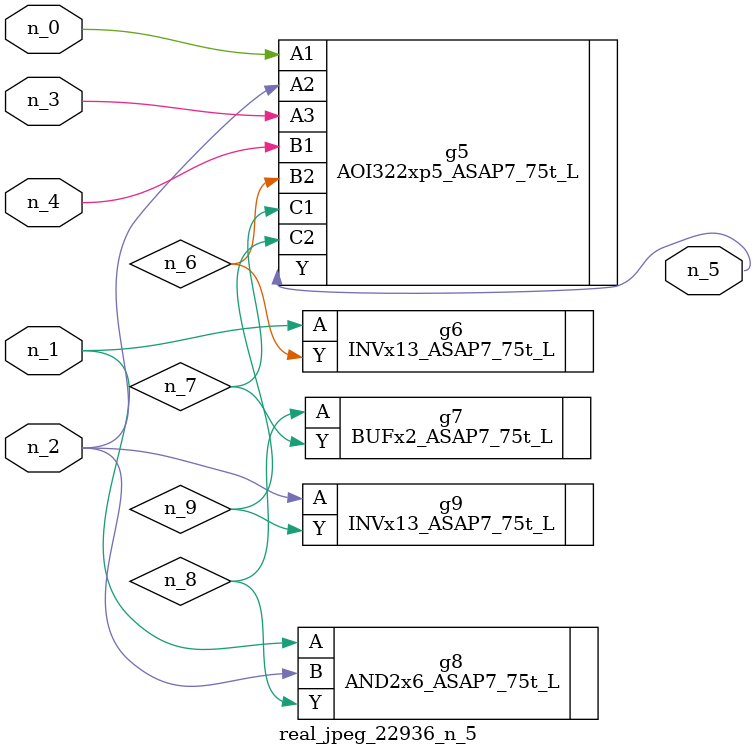
<source format=v>
module real_jpeg_22936_n_5 (n_4, n_0, n_1, n_2, n_3, n_5);

input n_4;
input n_0;
input n_1;
input n_2;
input n_3;

output n_5;

wire n_8;
wire n_6;
wire n_7;
wire n_9;

AOI322xp5_ASAP7_75t_L g5 ( 
.A1(n_0),
.A2(n_2),
.A3(n_3),
.B1(n_4),
.B2(n_6),
.C1(n_7),
.C2(n_9),
.Y(n_5)
);

INVx13_ASAP7_75t_L g6 ( 
.A(n_1),
.Y(n_6)
);

AND2x6_ASAP7_75t_L g8 ( 
.A(n_1),
.B(n_2),
.Y(n_8)
);

INVx13_ASAP7_75t_L g9 ( 
.A(n_2),
.Y(n_9)
);

BUFx2_ASAP7_75t_L g7 ( 
.A(n_8),
.Y(n_7)
);


endmodule
</source>
